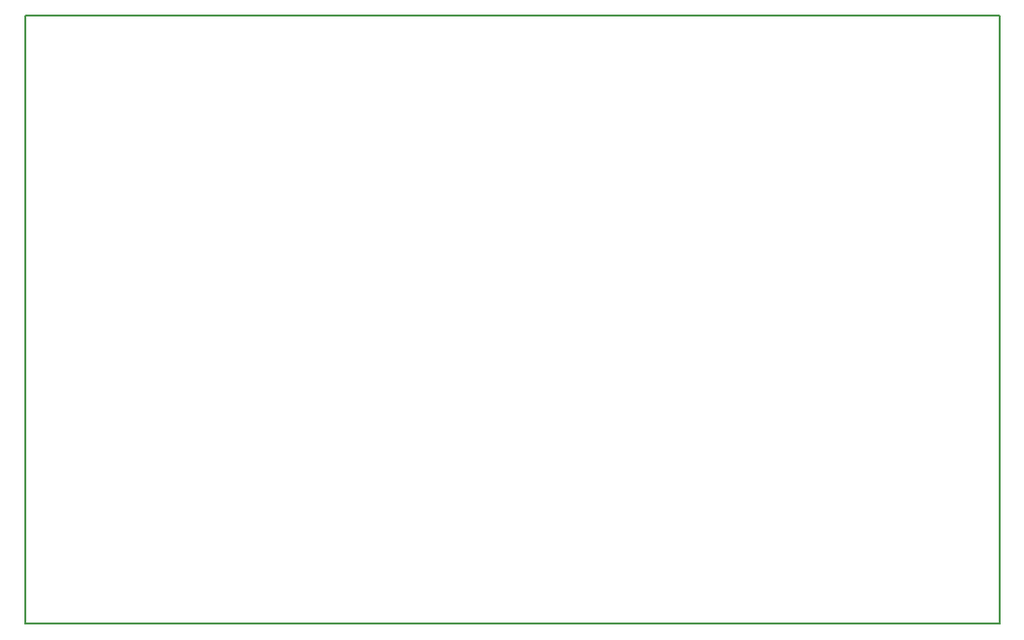
<source format=gm1>
G04 #@! TF.GenerationSoftware,KiCad,Pcbnew,5.0.1-33cea8e~68~ubuntu18.04.1*
G04 #@! TF.CreationDate,2018-11-27T01:55:08+01:00*
G04 #@! TF.ProjectId,ArduTrxDMRShield,41726475547278444D52536869656C64,x1.0*
G04 #@! TF.SameCoordinates,Original*
G04 #@! TF.FileFunction,Profile,NP*
%FSLAX46Y46*%
G04 Gerber Fmt 4.6, Leading zero omitted, Abs format (unit mm)*
G04 Created by KiCad (PCBNEW 5.0.1-33cea8e~68~ubuntu18.04.1) date Di 27 Nov 2018 01:55:08 CET*
%MOMM*%
%LPD*%
G01*
G04 APERTURE LIST*
%ADD10C,0.150000*%
G04 APERTURE END LIST*
D10*
X54700000Y-77000000D02*
X54700000Y-130000000D01*
X139500000Y-77000000D02*
X54700000Y-77000000D01*
X139500000Y-130000000D02*
X139500000Y-77000000D01*
X54700000Y-130000000D02*
X139500000Y-130000000D01*
M02*

</source>
